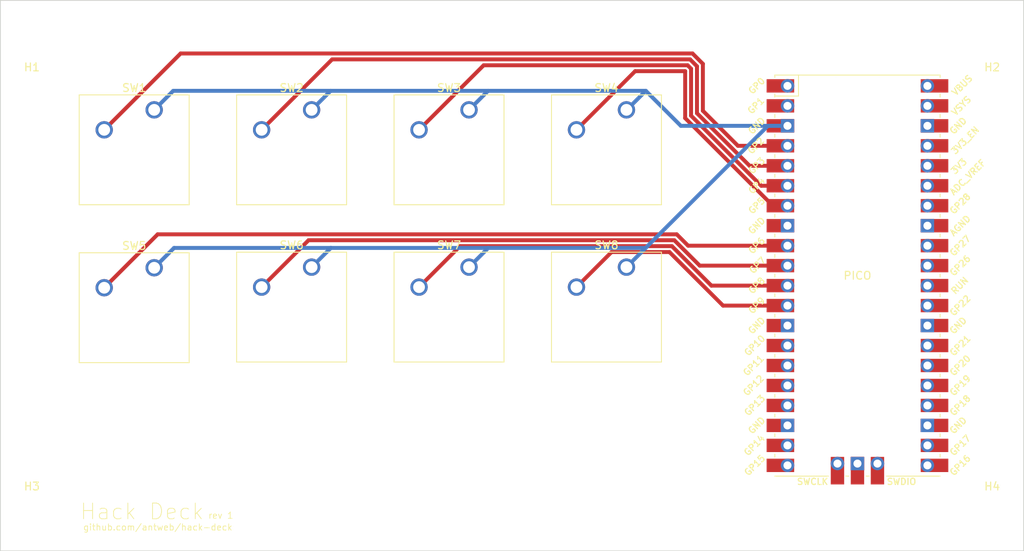
<source format=kicad_pcb>
(kicad_pcb (version 20171130) (host pcbnew 5.1.9-73d0e3b20d~88~ubuntu20.04.1)

  (general
    (thickness 1.6002)
    (drawings 7)
    (tracks 58)
    (zones 0)
    (modules 13)
    (nets 44)
  )

  (page A4)
  (title_block
    (rev 1)
  )

  (layers
    (0 Front signal)
    (31 Back signal)
    (34 B.Paste user)
    (35 F.Paste user)
    (36 B.SilkS user)
    (37 F.SilkS user)
    (38 B.Mask user)
    (39 F.Mask user)
    (44 Edge.Cuts user)
    (45 Margin user)
    (46 B.CrtYd user)
    (47 F.CrtYd user)
    (49 F.Fab user)
  )

  (setup
    (last_trace_width 0.25)
    (user_trace_width 0.1)
    (user_trace_width 0.2)
    (user_trace_width 0.5)
    (trace_clearance 0.25)
    (zone_clearance 0.508)
    (zone_45_only no)
    (trace_min 0.1)
    (via_size 0.8)
    (via_drill 0.4)
    (via_min_size 0.45)
    (via_min_drill 0.2)
    (user_via 0.45 0.2)
    (user_via 0.8 0.4)
    (uvia_size 0.8)
    (uvia_drill 0.4)
    (uvias_allowed no)
    (uvia_min_size 0)
    (uvia_min_drill 0)
    (edge_width 0.1)
    (segment_width 0.1)
    (pcb_text_width 0.3)
    (pcb_text_size 1.5 1.5)
    (mod_edge_width 0.1)
    (mod_text_size 0.8 0.8)
    (mod_text_width 0.1)
    (pad_size 1.524 1.524)
    (pad_drill 0.762)
    (pad_to_mask_clearance 0)
    (solder_mask_min_width 0.1)
    (aux_axis_origin 0 0)
    (visible_elements FFFFFF7F)
    (pcbplotparams
      (layerselection 0x010fc_ffffffff)
      (usegerberextensions false)
      (usegerberattributes false)
      (usegerberadvancedattributes false)
      (creategerberjobfile false)
      (excludeedgelayer true)
      (linewidth 0.152400)
      (plotframeref false)
      (viasonmask false)
      (mode 1)
      (useauxorigin false)
      (hpglpennumber 1)
      (hpglpenspeed 20)
      (hpglpendiameter 15.000000)
      (psnegative false)
      (psa4output false)
      (plotreference true)
      (plotvalue false)
      (plotinvisibletext false)
      (padsonsilk false)
      (subtractmaskfromsilk true)
      (outputformat 1)
      (mirror false)
      (drillshape 0)
      (scaleselection 1)
      (outputdirectory "./gerbers_for_aisler"))
  )

  (net 0 "")
  (net 1 "Net-(SW1-Pad2)")
  (net 2 GND)
  (net 3 "Net-(SW2-Pad2)")
  (net 4 "Net-(SW3-Pad2)")
  (net 5 "Net-(SW4-Pad2)")
  (net 6 "Net-(SW5-Pad2)")
  (net 7 "Net-(SW6-Pad2)")
  (net 8 "Net-(SW7-Pad2)")
  (net 9 "Net-(SW8-Pad2)")
  (net 10 "Net-(U1-Pad43)")
  (net 11 "Net-(U1-Pad42)")
  (net 12 "Net-(U1-Pad41)")
  (net 13 "Net-(U1-Pad21)")
  (net 14 "Net-(U1-Pad22)")
  (net 15 "Net-(U1-Pad23)")
  (net 16 "Net-(U1-Pad24)")
  (net 17 "Net-(U1-Pad25)")
  (net 18 "Net-(U1-Pad26)")
  (net 19 "Net-(U1-Pad27)")
  (net 20 "Net-(U1-Pad28)")
  (net 21 "Net-(U1-Pad29)")
  (net 22 "Net-(U1-Pad30)")
  (net 23 "Net-(U1-Pad31)")
  (net 24 "Net-(U1-Pad32)")
  (net 25 "Net-(U1-Pad33)")
  (net 26 "Net-(U1-Pad34)")
  (net 27 "Net-(U1-Pad35)")
  (net 28 "Net-(U1-Pad36)")
  (net 29 "Net-(U1-Pad37)")
  (net 30 "Net-(U1-Pad38)")
  (net 31 "Net-(U1-Pad39)")
  (net 32 "Net-(U1-Pad40)")
  (net 33 "Net-(U1-Pad20)")
  (net 34 "Net-(U1-Pad19)")
  (net 35 "Net-(U1-Pad18)")
  (net 36 "Net-(U1-Pad17)")
  (net 37 "Net-(U1-Pad16)")
  (net 38 "Net-(U1-Pad15)")
  (net 39 "Net-(U1-Pad14)")
  (net 40 "Net-(U1-Pad13)")
  (net 41 "Net-(U1-Pad8)")
  (net 42 "Net-(U1-Pad2)")
  (net 43 "Net-(U1-Pad1)")

  (net_class Default "This is the default net class."
    (clearance 0.25)
    (trace_width 0.25)
    (via_dia 0.8)
    (via_drill 0.4)
    (uvia_dia 0.8)
    (uvia_drill 0.4)
    (diff_pair_width 0.25)
    (diff_pair_gap 0.25)
    (add_net GND)
    (add_net "Net-(SW1-Pad2)")
    (add_net "Net-(SW2-Pad2)")
    (add_net "Net-(SW3-Pad2)")
    (add_net "Net-(SW4-Pad2)")
    (add_net "Net-(SW5-Pad2)")
    (add_net "Net-(SW6-Pad2)")
    (add_net "Net-(SW7-Pad2)")
    (add_net "Net-(SW8-Pad2)")
    (add_net "Net-(U1-Pad1)")
    (add_net "Net-(U1-Pad13)")
    (add_net "Net-(U1-Pad14)")
    (add_net "Net-(U1-Pad15)")
    (add_net "Net-(U1-Pad16)")
    (add_net "Net-(U1-Pad17)")
    (add_net "Net-(U1-Pad18)")
    (add_net "Net-(U1-Pad19)")
    (add_net "Net-(U1-Pad2)")
    (add_net "Net-(U1-Pad20)")
    (add_net "Net-(U1-Pad21)")
    (add_net "Net-(U1-Pad22)")
    (add_net "Net-(U1-Pad23)")
    (add_net "Net-(U1-Pad24)")
    (add_net "Net-(U1-Pad25)")
    (add_net "Net-(U1-Pad26)")
    (add_net "Net-(U1-Pad27)")
    (add_net "Net-(U1-Pad28)")
    (add_net "Net-(U1-Pad29)")
    (add_net "Net-(U1-Pad30)")
    (add_net "Net-(U1-Pad31)")
    (add_net "Net-(U1-Pad32)")
    (add_net "Net-(U1-Pad33)")
    (add_net "Net-(U1-Pad34)")
    (add_net "Net-(U1-Pad35)")
    (add_net "Net-(U1-Pad36)")
    (add_net "Net-(U1-Pad37)")
    (add_net "Net-(U1-Pad38)")
    (add_net "Net-(U1-Pad39)")
    (add_net "Net-(U1-Pad40)")
    (add_net "Net-(U1-Pad41)")
    (add_net "Net-(U1-Pad42)")
    (add_net "Net-(U1-Pad43)")
    (add_net "Net-(U1-Pad8)")
  )

  (net_class Min ""
    (clearance 0.1)
    (trace_width 0.1)
    (via_dia 0.45)
    (via_drill 0.2)
    (uvia_dia 0.45)
    (uvia_drill 0.2)
    (diff_pair_width 0.12)
    (diff_pair_gap 0.12)
  )

  (module Button_Switch_Keyboard:SW_Cherry_MX_1.00u_PCB (layer Front) (tedit 5A02FE24) (tstamp 606ABA29)
    (at 39.54 33.92)
    (descr "Cherry MX keyswitch, 1.00u, PCB mount, http://cherryamericas.com/wp-content/uploads/2014/12/mx_cat.pdf")
    (tags "Cherry MX keyswitch 1.00u PCB")
    (path /606AB558)
    (fp_text reference SW1 (at -2.54 -2.794) (layer F.SilkS)
      (effects (font (size 1 1) (thickness 0.15)))
    )
    (fp_text value "Button 1" (at -2.54 12.954) (layer F.Fab)
      (effects (font (size 1 1) (thickness 0.15)))
    )
    (fp_line (start -8.89 -1.27) (end 3.81 -1.27) (layer F.Fab) (width 0.1))
    (fp_line (start 3.81 -1.27) (end 3.81 11.43) (layer F.Fab) (width 0.1))
    (fp_line (start 3.81 11.43) (end -8.89 11.43) (layer F.Fab) (width 0.1))
    (fp_line (start -8.89 11.43) (end -8.89 -1.27) (layer F.Fab) (width 0.1))
    (fp_line (start -9.14 11.68) (end -9.14 -1.52) (layer F.CrtYd) (width 0.05))
    (fp_line (start 4.06 11.68) (end -9.14 11.68) (layer F.CrtYd) (width 0.05))
    (fp_line (start 4.06 -1.52) (end 4.06 11.68) (layer F.CrtYd) (width 0.05))
    (fp_line (start -9.14 -1.52) (end 4.06 -1.52) (layer F.CrtYd) (width 0.05))
    (fp_line (start -12.065 -4.445) (end 6.985 -4.445) (layer Dwgs.User) (width 0.15))
    (fp_line (start 6.985 -4.445) (end 6.985 14.605) (layer Dwgs.User) (width 0.15))
    (fp_line (start 6.985 14.605) (end -12.065 14.605) (layer Dwgs.User) (width 0.15))
    (fp_line (start -12.065 14.605) (end -12.065 -4.445) (layer Dwgs.User) (width 0.15))
    (fp_line (start -9.525 -1.905) (end 4.445 -1.905) (layer F.SilkS) (width 0.12))
    (fp_line (start 4.445 -1.905) (end 4.445 12.065) (layer F.SilkS) (width 0.12))
    (fp_line (start 4.445 12.065) (end -9.525 12.065) (layer F.SilkS) (width 0.12))
    (fp_line (start -9.525 12.065) (end -9.525 -1.905) (layer F.SilkS) (width 0.12))
    (fp_text user %R (at -2.54 -2.794) (layer F.Fab)
      (effects (font (size 1 1) (thickness 0.15)))
    )
    (pad "" np_thru_hole circle (at 2.54 5.08) (size 1.7 1.7) (drill 1.7) (layers *.Cu *.Mask))
    (pad "" np_thru_hole circle (at -7.62 5.08) (size 1.7 1.7) (drill 1.7) (layers *.Cu *.Mask))
    (pad "" np_thru_hole circle (at -2.54 5.08) (size 4 4) (drill 4) (layers *.Cu *.Mask))
    (pad 2 thru_hole circle (at -6.35 2.54) (size 2.2 2.2) (drill 1.5) (layers *.Cu *.Mask)
      (net 1 "Net-(SW1-Pad2)"))
    (pad 1 thru_hole circle (at 0 0) (size 2.2 2.2) (drill 1.5) (layers *.Cu *.Mask)
      (net 2 GND))
    (model ${KISYS3DMOD}/Button_Switch_Keyboard.3dshapes/SW_Cherry_MX_1.00u_PCB.wrl
      (at (xyz 0 0 0))
      (scale (xyz 1 1 1))
      (rotate (xyz 0 0 0))
    )
  )

  (module MountingHole:MountingHole_3.2mm_M3 (layer Front) (tedit 56D1B4CB) (tstamp 606B849E)
    (at 146 86)
    (descr "Mounting Hole 3.2mm, no annular, M3")
    (tags "mounting hole 3.2mm no annular m3")
    (path /606DB0F6)
    (attr virtual)
    (fp_text reference H4 (at 0 -4.2) (layer F.SilkS)
      (effects (font (size 1 1) (thickness 0.15)))
    )
    (fp_text value MountingHole (at -9 0) (layer F.Fab)
      (effects (font (size 1 1) (thickness 0.15)))
    )
    (fp_circle (center 0 0) (end 3.2 0) (layer Cmts.User) (width 0.15))
    (fp_circle (center 0 0) (end 3.45 0) (layer F.CrtYd) (width 0.05))
    (fp_text user %R (at 0.3 0) (layer F.Fab)
      (effects (font (size 1 1) (thickness 0.15)))
    )
    (pad 1 np_thru_hole circle (at 0 0) (size 3.2 3.2) (drill 3.2) (layers *.Cu *.Mask))
  )

  (module MountingHole:MountingHole_3.2mm_M3 (layer Front) (tedit 56D1B4CB) (tstamp 606AB1A2)
    (at 24 86)
    (descr "Mounting Hole 3.2mm, no annular, M3")
    (tags "mounting hole 3.2mm no annular m3")
    (path /606DA7FF)
    (attr virtual)
    (fp_text reference H3 (at 0 -4.2) (layer F.SilkS)
      (effects (font (size 1 1) (thickness 0.15)))
    )
    (fp_text value MountingHole (at 6 -4) (layer F.Fab)
      (effects (font (size 1 1) (thickness 0.15)))
    )
    (fp_circle (center 0 0) (end 3.2 0) (layer Cmts.User) (width 0.15))
    (fp_circle (center 0 0) (end 3.45 0) (layer F.CrtYd) (width 0.05))
    (fp_text user %R (at 0.3 0) (layer F.Fab)
      (effects (font (size 1 1) (thickness 0.15)))
    )
    (pad 1 np_thru_hole circle (at 0 0) (size 3.2 3.2) (drill 3.2) (layers *.Cu *.Mask))
  )

  (module MountingHole:MountingHole_3.2mm_M3 (layer Front) (tedit 56D1B4CB) (tstamp 606B846B)
    (at 146 24)
    (descr "Mounting Hole 3.2mm, no annular, M3")
    (tags "mounting hole 3.2mm no annular m3")
    (path /606D5A54)
    (attr virtual)
    (fp_text reference H2 (at 0 4.5) (layer F.SilkS)
      (effects (font (size 1 1) (thickness 0.15)))
    )
    (fp_text value MountingHole (at -9 -0.5) (layer F.Fab)
      (effects (font (size 1 1) (thickness 0.15)))
    )
    (fp_circle (center 0 0) (end 3.2 0) (layer Cmts.User) (width 0.15))
    (fp_circle (center 0 0) (end 3.45 0) (layer F.CrtYd) (width 0.05))
    (fp_text user %R (at 0.3 0) (layer F.Fab)
      (effects (font (size 1 1) (thickness 0.15)))
    )
    (pad 1 np_thru_hole circle (at 0 0) (size 3.2 3.2) (drill 3.2) (layers *.Cu *.Mask))
  )

  (module MountingHole:MountingHole_3.2mm_M3 (layer Front) (tedit 56D1B4CB) (tstamp 606BBEDB)
    (at 24 24)
    (descr "Mounting Hole 3.2mm, no annular, M3")
    (tags "mounting hole 3.2mm no annular m3")
    (path /606D917B)
    (attr virtual)
    (fp_text reference H1 (at 0 4.5) (layer F.SilkS)
      (effects (font (size 1 1) (thickness 0.15)))
    )
    (fp_text value MountingHole (at 9 0) (layer F.Fab)
      (effects (font (size 1 1) (thickness 0.15)))
    )
    (fp_circle (center 0 0) (end 3.2 0) (layer Cmts.User) (width 0.15))
    (fp_circle (center 0 0) (end 3.45 0) (layer F.CrtYd) (width 0.05))
    (fp_text user %R (at 0.3 0) (layer F.Fab)
      (effects (font (size 1 1) (thickness 0.15)))
    )
    (pad 1 np_thru_hole circle (at 0 0) (size 3.2 3.2) (drill 3.2) (layers *.Cu *.Mask))
  )

  (module MCU_RaspberryPi_and_Boards:RPi_Pico_SMD_TH (layer Front) (tedit 5F638C80) (tstamp 606B727C)
    (at 128.89 55)
    (descr "Through hole straight pin header, 2x20, 2.54mm pitch, double rows")
    (tags "Through hole pin header THT 2x20 2.54mm double row")
    (path /606A2DA5)
    (fp_text reference PICO (at 0 0) (layer F.SilkS)
      (effects (font (size 1 1) (thickness 0.15)))
    )
    (fp_text value Pico (at 0 2.159) (layer F.Fab)
      (effects (font (size 1 1) (thickness 0.15)))
    )
    (fp_line (start 1.1 25.5) (end 1.5 25.5) (layer F.SilkS) (width 0.12))
    (fp_line (start -1.5 25.5) (end -1.1 25.5) (layer F.SilkS) (width 0.12))
    (fp_line (start 10.5 25.5) (end 3.7 25.5) (layer F.SilkS) (width 0.12))
    (fp_line (start 10.5 15.1) (end 10.5 15.5) (layer F.SilkS) (width 0.12))
    (fp_line (start 10.5 7.4) (end 10.5 7.8) (layer F.SilkS) (width 0.12))
    (fp_line (start 10.5 -18) (end 10.5 -17.6) (layer F.SilkS) (width 0.12))
    (fp_line (start 10.5 -25.5) (end 10.5 -25.2) (layer F.SilkS) (width 0.12))
    (fp_line (start 10.5 -2.7) (end 10.5 -2.3) (layer F.SilkS) (width 0.12))
    (fp_line (start 10.5 12.5) (end 10.5 12.9) (layer F.SilkS) (width 0.12))
    (fp_line (start 10.5 -7.8) (end 10.5 -7.4) (layer F.SilkS) (width 0.12))
    (fp_line (start 10.5 -12.9) (end 10.5 -12.5) (layer F.SilkS) (width 0.12))
    (fp_line (start 10.5 -0.2) (end 10.5 0.2) (layer F.SilkS) (width 0.12))
    (fp_line (start 10.5 4.9) (end 10.5 5.3) (layer F.SilkS) (width 0.12))
    (fp_line (start 10.5 20.1) (end 10.5 20.5) (layer F.SilkS) (width 0.12))
    (fp_line (start 10.5 22.7) (end 10.5 23.1) (layer F.SilkS) (width 0.12))
    (fp_line (start 10.5 17.6) (end 10.5 18) (layer F.SilkS) (width 0.12))
    (fp_line (start 10.5 -15.4) (end 10.5 -15) (layer F.SilkS) (width 0.12))
    (fp_line (start 10.5 -23.1) (end 10.5 -22.7) (layer F.SilkS) (width 0.12))
    (fp_line (start 10.5 -20.5) (end 10.5 -20.1) (layer F.SilkS) (width 0.12))
    (fp_line (start 10.5 10) (end 10.5 10.4) (layer F.SilkS) (width 0.12))
    (fp_line (start 10.5 2.3) (end 10.5 2.7) (layer F.SilkS) (width 0.12))
    (fp_line (start 10.5 -5.3) (end 10.5 -4.9) (layer F.SilkS) (width 0.12))
    (fp_line (start 10.5 -10.4) (end 10.5 -10) (layer F.SilkS) (width 0.12))
    (fp_line (start -10.5 22.7) (end -10.5 23.1) (layer F.SilkS) (width 0.12))
    (fp_line (start -10.5 20.1) (end -10.5 20.5) (layer F.SilkS) (width 0.12))
    (fp_line (start -10.5 17.6) (end -10.5 18) (layer F.SilkS) (width 0.12))
    (fp_line (start -10.5 15.1) (end -10.5 15.5) (layer F.SilkS) (width 0.12))
    (fp_line (start -10.5 12.5) (end -10.5 12.9) (layer F.SilkS) (width 0.12))
    (fp_line (start -10.5 10) (end -10.5 10.4) (layer F.SilkS) (width 0.12))
    (fp_line (start -10.5 7.4) (end -10.5 7.8) (layer F.SilkS) (width 0.12))
    (fp_line (start -10.5 4.9) (end -10.5 5.3) (layer F.SilkS) (width 0.12))
    (fp_line (start -10.5 2.3) (end -10.5 2.7) (layer F.SilkS) (width 0.12))
    (fp_line (start -10.5 -0.2) (end -10.5 0.2) (layer F.SilkS) (width 0.12))
    (fp_line (start -10.5 -2.7) (end -10.5 -2.3) (layer F.SilkS) (width 0.12))
    (fp_line (start -10.5 -5.3) (end -10.5 -4.9) (layer F.SilkS) (width 0.12))
    (fp_line (start -10.5 -7.8) (end -10.5 -7.4) (layer F.SilkS) (width 0.12))
    (fp_line (start -10.5 -10.4) (end -10.5 -10) (layer F.SilkS) (width 0.12))
    (fp_line (start -10.5 -12.9) (end -10.5 -12.5) (layer F.SilkS) (width 0.12))
    (fp_line (start -10.5 -15.4) (end -10.5 -15) (layer F.SilkS) (width 0.12))
    (fp_line (start -10.5 -18) (end -10.5 -17.6) (layer F.SilkS) (width 0.12))
    (fp_line (start -10.5 -20.5) (end -10.5 -20.1) (layer F.SilkS) (width 0.12))
    (fp_line (start -10.5 -23.1) (end -10.5 -22.7) (layer F.SilkS) (width 0.12))
    (fp_line (start -10.5 -25.5) (end -10.5 -25.2) (layer F.SilkS) (width 0.12))
    (fp_line (start -7.493 -22.833) (end -7.493 -25.5) (layer F.SilkS) (width 0.12))
    (fp_line (start -10.5 -22.833) (end -7.493 -22.833) (layer F.SilkS) (width 0.12))
    (fp_line (start -3.7 25.5) (end -10.5 25.5) (layer F.SilkS) (width 0.12))
    (fp_line (start -10.5 -25.5) (end 10.5 -25.5) (layer F.SilkS) (width 0.12))
    (fp_line (start -11 26) (end -11 -26) (layer F.CrtYd) (width 0.12))
    (fp_line (start 11 26) (end -11 26) (layer F.CrtYd) (width 0.12))
    (fp_line (start 11 -26) (end 11 26) (layer F.CrtYd) (width 0.12))
    (fp_line (start -11 -26) (end 11 -26) (layer F.CrtYd) (width 0.12))
    (fp_line (start -10.5 -24.2) (end -9.2 -25.5) (layer F.Fab) (width 0.12))
    (fp_line (start -10.5 25.5) (end -10.5 -25.5) (layer F.Fab) (width 0.12))
    (fp_line (start 10.5 25.5) (end -10.5 25.5) (layer F.Fab) (width 0.12))
    (fp_line (start 10.5 -25.5) (end 10.5 25.5) (layer F.Fab) (width 0.12))
    (fp_line (start -10.5 -25.5) (end 10.5 -25.5) (layer F.Fab) (width 0.12))
    (fp_poly (pts (xy -1.5 -16.5) (xy -3.5 -16.5) (xy -3.5 -18.5) (xy -1.5 -18.5)) (layer Dwgs.User) (width 0.1))
    (fp_poly (pts (xy -1.5 -14) (xy -3.5 -14) (xy -3.5 -16) (xy -1.5 -16)) (layer Dwgs.User) (width 0.1))
    (fp_poly (pts (xy -1.5 -11.5) (xy -3.5 -11.5) (xy -3.5 -13.5) (xy -1.5 -13.5)) (layer Dwgs.User) (width 0.1))
    (fp_poly (pts (xy 3.7 -20.2) (xy -3.7 -20.2) (xy -3.7 -24.9) (xy 3.7 -24.9)) (layer Dwgs.User) (width 0.1))
    (fp_text user "Copper Keepouts shown on Dwgs layer" (at 0.1 -30.2) (layer Cmts.User)
      (effects (font (size 1 1) (thickness 0.15)))
    )
    (fp_text user SWDIO (at 5.6 26.2) (layer F.SilkS)
      (effects (font (size 0.8 0.8) (thickness 0.15)))
    )
    (fp_text user SWCLK (at -5.7 26.2) (layer F.SilkS)
      (effects (font (size 0.8 0.8) (thickness 0.15)))
    )
    (fp_text user AGND (at 13.054 -6.35 45) (layer F.SilkS)
      (effects (font (size 0.8 0.8) (thickness 0.15)))
    )
    (fp_text user GND (at 12.8 -19.05 45) (layer F.SilkS)
      (effects (font (size 0.8 0.8) (thickness 0.15)))
    )
    (fp_text user GND (at 12.8 6.35 45) (layer F.SilkS)
      (effects (font (size 0.8 0.8) (thickness 0.15)))
    )
    (fp_text user GND (at 12.8 19.05 45) (layer F.SilkS)
      (effects (font (size 0.8 0.8) (thickness 0.15)))
    )
    (fp_text user GND (at -12.8 19.05 45) (layer F.SilkS)
      (effects (font (size 0.8 0.8) (thickness 0.15)))
    )
    (fp_text user GND (at -12.8 6.35 45) (layer F.SilkS)
      (effects (font (size 0.8 0.8) (thickness 0.15)))
    )
    (fp_text user GND (at -12.8 -6.35 45) (layer F.SilkS)
      (effects (font (size 0.8 0.8) (thickness 0.15)))
    )
    (fp_text user GND (at -12.8 -19.05 45) (layer F.SilkS)
      (effects (font (size 0.8 0.8) (thickness 0.15)))
    )
    (fp_text user VBUS (at 13.3 -24.2 45) (layer F.SilkS)
      (effects (font (size 0.8 0.8) (thickness 0.15)))
    )
    (fp_text user VSYS (at 13.2 -21.59 45) (layer F.SilkS)
      (effects (font (size 0.8 0.8) (thickness 0.15)))
    )
    (fp_text user 3V3_EN (at 13.7 -17.2 45) (layer F.SilkS)
      (effects (font (size 0.8 0.8) (thickness 0.15)))
    )
    (fp_text user 3V3 (at 12.9 -13.9 45) (layer F.SilkS)
      (effects (font (size 0.8 0.8) (thickness 0.15)))
    )
    (fp_text user ADC_VREF (at 14 -12.5 45) (layer F.SilkS)
      (effects (font (size 0.8 0.8) (thickness 0.15)))
    )
    (fp_text user GP28 (at 13.054 -9.144 45) (layer F.SilkS)
      (effects (font (size 0.8 0.8) (thickness 0.15)))
    )
    (fp_text user GP27 (at 13.054 -3.8 45) (layer F.SilkS)
      (effects (font (size 0.8 0.8) (thickness 0.15)))
    )
    (fp_text user GP26 (at 13.054 -1.27 45) (layer F.SilkS)
      (effects (font (size 0.8 0.8) (thickness 0.15)))
    )
    (fp_text user RUN (at 13 1.27 45) (layer F.SilkS)
      (effects (font (size 0.8 0.8) (thickness 0.15)))
    )
    (fp_text user GP22 (at 13.054 3.81 45) (layer F.SilkS)
      (effects (font (size 0.8 0.8) (thickness 0.15)))
    )
    (fp_text user GP21 (at 13.054 8.9 45) (layer F.SilkS)
      (effects (font (size 0.8 0.8) (thickness 0.15)))
    )
    (fp_text user GP20 (at 13.054 11.43 45) (layer F.SilkS)
      (effects (font (size 0.8 0.8) (thickness 0.15)))
    )
    (fp_text user GP19 (at 13.054 13.97 45) (layer F.SilkS)
      (effects (font (size 0.8 0.8) (thickness 0.15)))
    )
    (fp_text user GP18 (at 13.054 16.51 45) (layer F.SilkS)
      (effects (font (size 0.8 0.8) (thickness 0.15)))
    )
    (fp_text user GP17 (at 13.054 21.59 45) (layer F.SilkS)
      (effects (font (size 0.8 0.8) (thickness 0.15)))
    )
    (fp_text user GP16 (at 13.054 24.13 45) (layer F.SilkS)
      (effects (font (size 0.8 0.8) (thickness 0.15)))
    )
    (fp_text user GP15 (at -13.054 24.13 45) (layer F.SilkS)
      (effects (font (size 0.8 0.8) (thickness 0.15)))
    )
    (fp_text user GP14 (at -13.1 21.59 45) (layer F.SilkS)
      (effects (font (size 0.8 0.8) (thickness 0.15)))
    )
    (fp_text user GP13 (at -13.054 16.51 45) (layer F.SilkS)
      (effects (font (size 0.8 0.8) (thickness 0.15)))
    )
    (fp_text user GP12 (at -13.2 13.97 45) (layer F.SilkS)
      (effects (font (size 0.8 0.8) (thickness 0.15)))
    )
    (fp_text user GP11 (at -13.2 11.43 45) (layer F.SilkS)
      (effects (font (size 0.8 0.8) (thickness 0.15)))
    )
    (fp_text user GP10 (at -13.054 8.89 45) (layer F.SilkS)
      (effects (font (size 0.8 0.8) (thickness 0.15)))
    )
    (fp_text user GP9 (at -12.8 3.81 45) (layer F.SilkS)
      (effects (font (size 0.8 0.8) (thickness 0.15)))
    )
    (fp_text user GP8 (at -12.8 1.27 45) (layer F.SilkS)
      (effects (font (size 0.8 0.8) (thickness 0.15)))
    )
    (fp_text user GP7 (at -12.7 -1.3 45) (layer F.SilkS)
      (effects (font (size 0.8 0.8) (thickness 0.15)))
    )
    (fp_text user GP6 (at -12.8 -3.81 45) (layer F.SilkS)
      (effects (font (size 0.8 0.8) (thickness 0.15)))
    )
    (fp_text user GP5 (at -12.8 -8.89 45) (layer F.SilkS)
      (effects (font (size 0.8 0.8) (thickness 0.15)))
    )
    (fp_text user GP4 (at -12.8 -11.43 45) (layer F.SilkS)
      (effects (font (size 0.8 0.8) (thickness 0.15)))
    )
    (fp_text user GP3 (at -12.8 -13.97 45) (layer F.SilkS)
      (effects (font (size 0.8 0.8) (thickness 0.15)))
    )
    (fp_text user GP0 (at -12.8 -24.13 45) (layer F.SilkS)
      (effects (font (size 0.8 0.8) (thickness 0.15)))
    )
    (fp_text user GP2 (at -12.9 -16.51 45) (layer F.SilkS)
      (effects (font (size 0.8 0.8) (thickness 0.15)))
    )
    (fp_text user GP1 (at -12.9 -21.6 45) (layer F.SilkS)
      (effects (font (size 0.8 0.8) (thickness 0.15)))
    )
    (fp_text user %R (at 0 0 180) (layer F.Fab)
      (effects (font (size 1 1) (thickness 0.15)))
    )
    (pad 43 thru_hole oval (at 2.54 23.9) (size 1.7 1.7) (drill 1.02) (layers *.Cu *.Mask)
      (net 10 "Net-(U1-Pad43)"))
    (pad 43 smd rect (at 2.54 23.9 90) (size 3.5 1.7) (drill (offset -0.9 0)) (layers Front F.Mask)
      (net 10 "Net-(U1-Pad43)"))
    (pad 42 thru_hole rect (at 0 23.9) (size 1.7 1.7) (drill 1.02) (layers *.Cu *.Mask)
      (net 11 "Net-(U1-Pad42)"))
    (pad 42 smd rect (at 0 23.9 90) (size 3.5 1.7) (drill (offset -0.9 0)) (layers Front F.Mask)
      (net 11 "Net-(U1-Pad42)"))
    (pad 41 thru_hole oval (at -2.54 23.9) (size 1.7 1.7) (drill 1.02) (layers *.Cu *.Mask)
      (net 12 "Net-(U1-Pad41)"))
    (pad 41 smd rect (at -2.54 23.9 90) (size 3.5 1.7) (drill (offset -0.9 0)) (layers Front F.Mask)
      (net 12 "Net-(U1-Pad41)"))
    (pad "" np_thru_hole oval (at 2.425 -20.97) (size 1.5 1.5) (drill 1.5) (layers *.Cu *.Mask))
    (pad "" np_thru_hole oval (at -2.425 -20.97) (size 1.5 1.5) (drill 1.5) (layers *.Cu *.Mask))
    (pad "" np_thru_hole oval (at 2.725 -24) (size 1.8 1.8) (drill 1.8) (layers *.Cu *.Mask))
    (pad "" np_thru_hole oval (at -2.725 -24) (size 1.8 1.8) (drill 1.8) (layers *.Cu *.Mask))
    (pad 21 smd rect (at 8.89 24.13) (size 3.5 1.7) (drill (offset 0.9 0)) (layers Front F.Mask)
      (net 13 "Net-(U1-Pad21)"))
    (pad 22 smd rect (at 8.89 21.59) (size 3.5 1.7) (drill (offset 0.9 0)) (layers Front F.Mask)
      (net 14 "Net-(U1-Pad22)"))
    (pad 23 smd rect (at 8.89 19.05) (size 3.5 1.7) (drill (offset 0.9 0)) (layers Front F.Mask)
      (net 15 "Net-(U1-Pad23)"))
    (pad 24 smd rect (at 8.89 16.51) (size 3.5 1.7) (drill (offset 0.9 0)) (layers Front F.Mask)
      (net 16 "Net-(U1-Pad24)"))
    (pad 25 smd rect (at 8.89 13.97) (size 3.5 1.7) (drill (offset 0.9 0)) (layers Front F.Mask)
      (net 17 "Net-(U1-Pad25)"))
    (pad 26 smd rect (at 8.89 11.43) (size 3.5 1.7) (drill (offset 0.9 0)) (layers Front F.Mask)
      (net 18 "Net-(U1-Pad26)"))
    (pad 27 smd rect (at 8.89 8.89) (size 3.5 1.7) (drill (offset 0.9 0)) (layers Front F.Mask)
      (net 19 "Net-(U1-Pad27)"))
    (pad 28 smd rect (at 8.89 6.35) (size 3.5 1.7) (drill (offset 0.9 0)) (layers Front F.Mask)
      (net 20 "Net-(U1-Pad28)"))
    (pad 29 smd rect (at 8.89 3.81) (size 3.5 1.7) (drill (offset 0.9 0)) (layers Front F.Mask)
      (net 21 "Net-(U1-Pad29)"))
    (pad 30 smd rect (at 8.89 1.27) (size 3.5 1.7) (drill (offset 0.9 0)) (layers Front F.Mask)
      (net 22 "Net-(U1-Pad30)"))
    (pad 31 smd rect (at 8.89 -1.27) (size 3.5 1.7) (drill (offset 0.9 0)) (layers Front F.Mask)
      (net 23 "Net-(U1-Pad31)"))
    (pad 32 smd rect (at 8.89 -3.81) (size 3.5 1.7) (drill (offset 0.9 0)) (layers Front F.Mask)
      (net 24 "Net-(U1-Pad32)"))
    (pad 33 smd rect (at 8.89 -6.35) (size 3.5 1.7) (drill (offset 0.9 0)) (layers Front F.Mask)
      (net 25 "Net-(U1-Pad33)"))
    (pad 34 smd rect (at 8.89 -8.89) (size 3.5 1.7) (drill (offset 0.9 0)) (layers Front F.Mask)
      (net 26 "Net-(U1-Pad34)"))
    (pad 35 smd rect (at 8.89 -11.43) (size 3.5 1.7) (drill (offset 0.9 0)) (layers Front F.Mask)
      (net 27 "Net-(U1-Pad35)"))
    (pad 36 smd rect (at 8.89 -13.97) (size 3.5 1.7) (drill (offset 0.9 0)) (layers Front F.Mask)
      (net 28 "Net-(U1-Pad36)"))
    (pad 37 smd rect (at 8.89 -16.51) (size 3.5 1.7) (drill (offset 0.9 0)) (layers Front F.Mask)
      (net 29 "Net-(U1-Pad37)"))
    (pad 38 smd rect (at 8.89 -19.05) (size 3.5 1.7) (drill (offset 0.9 0)) (layers Front F.Mask)
      (net 30 "Net-(U1-Pad38)"))
    (pad 39 smd rect (at 8.89 -21.59) (size 3.5 1.7) (drill (offset 0.9 0)) (layers Front F.Mask)
      (net 31 "Net-(U1-Pad39)"))
    (pad 40 smd rect (at 8.89 -24.13) (size 3.5 1.7) (drill (offset 0.9 0)) (layers Front F.Mask)
      (net 32 "Net-(U1-Pad40)"))
    (pad 20 smd rect (at -8.89 24.13) (size 3.5 1.7) (drill (offset -0.9 0)) (layers Front F.Mask)
      (net 33 "Net-(U1-Pad20)"))
    (pad 19 smd rect (at -8.89 21.59) (size 3.5 1.7) (drill (offset -0.9 0)) (layers Front F.Mask)
      (net 34 "Net-(U1-Pad19)"))
    (pad 18 smd rect (at -8.89 19.05) (size 3.5 1.7) (drill (offset -0.9 0)) (layers Front F.Mask)
      (net 35 "Net-(U1-Pad18)"))
    (pad 17 smd rect (at -8.89 16.51) (size 3.5 1.7) (drill (offset -0.9 0)) (layers Front F.Mask)
      (net 36 "Net-(U1-Pad17)"))
    (pad 16 smd rect (at -8.89 13.97) (size 3.5 1.7) (drill (offset -0.9 0)) (layers Front F.Mask)
      (net 37 "Net-(U1-Pad16)"))
    (pad 15 smd rect (at -8.89 11.43) (size 3.5 1.7) (drill (offset -0.9 0)) (layers Front F.Mask)
      (net 38 "Net-(U1-Pad15)"))
    (pad 14 smd rect (at -8.89 8.89) (size 3.5 1.7) (drill (offset -0.9 0)) (layers Front F.Mask)
      (net 39 "Net-(U1-Pad14)"))
    (pad 13 smd rect (at -8.89 6.35) (size 3.5 1.7) (drill (offset -0.9 0)) (layers Front F.Mask)
      (net 40 "Net-(U1-Pad13)"))
    (pad 12 smd rect (at -8.89 3.81) (size 3.5 1.7) (drill (offset -0.9 0)) (layers Front F.Mask)
      (net 9 "Net-(SW8-Pad2)"))
    (pad 11 smd rect (at -8.89 1.27) (size 3.5 1.7) (drill (offset -0.9 0)) (layers Front F.Mask)
      (net 8 "Net-(SW7-Pad2)"))
    (pad 10 smd rect (at -8.89 -1.27) (size 3.5 1.7) (drill (offset -0.9 0)) (layers Front F.Mask)
      (net 7 "Net-(SW6-Pad2)"))
    (pad 9 smd rect (at -8.89 -3.81) (size 3.5 1.7) (drill (offset -0.9 0)) (layers Front F.Mask)
      (net 6 "Net-(SW5-Pad2)"))
    (pad 8 smd rect (at -8.89 -6.35) (size 3.5 1.7) (drill (offset -0.9 0)) (layers Front F.Mask)
      (net 41 "Net-(U1-Pad8)"))
    (pad 7 smd rect (at -8.89 -8.89) (size 3.5 1.7) (drill (offset -0.9 0)) (layers Front F.Mask)
      (net 5 "Net-(SW4-Pad2)"))
    (pad 6 smd rect (at -8.89 -11.43) (size 3.5 1.7) (drill (offset -0.9 0)) (layers Front F.Mask)
      (net 4 "Net-(SW3-Pad2)"))
    (pad 5 smd rect (at -8.89 -13.97) (size 3.5 1.7) (drill (offset -0.9 0)) (layers Front F.Mask)
      (net 3 "Net-(SW2-Pad2)"))
    (pad 4 smd rect (at -8.89 -16.51) (size 3.5 1.7) (drill (offset -0.9 0)) (layers Front F.Mask)
      (net 1 "Net-(SW1-Pad2)"))
    (pad 3 smd rect (at -8.89 -19.05) (size 3.5 1.7) (drill (offset -0.9 0)) (layers Front F.Mask)
      (net 2 GND))
    (pad 2 smd rect (at -8.89 -21.59) (size 3.5 1.7) (drill (offset -0.9 0)) (layers Front F.Mask)
      (net 42 "Net-(U1-Pad2)"))
    (pad 1 smd rect (at -8.89 -24.13) (size 3.5 1.7) (drill (offset -0.9 0)) (layers Front F.Mask)
      (net 43 "Net-(U1-Pad1)"))
    (pad 40 thru_hole oval (at 8.89 -24.13) (size 1.7 1.7) (drill 1.02) (layers *.Cu *.Mask)
      (net 32 "Net-(U1-Pad40)"))
    (pad 39 thru_hole oval (at 8.89 -21.59) (size 1.7 1.7) (drill 1.02) (layers *.Cu *.Mask)
      (net 31 "Net-(U1-Pad39)"))
    (pad 38 thru_hole rect (at 8.89 -19.05) (size 1.7 1.7) (drill 1.02) (layers *.Cu *.Mask)
      (net 30 "Net-(U1-Pad38)"))
    (pad 37 thru_hole oval (at 8.89 -16.51) (size 1.7 1.7) (drill 1.02) (layers *.Cu *.Mask)
      (net 29 "Net-(U1-Pad37)"))
    (pad 36 thru_hole oval (at 8.89 -13.97) (size 1.7 1.7) (drill 1.02) (layers *.Cu *.Mask)
      (net 28 "Net-(U1-Pad36)"))
    (pad 35 thru_hole oval (at 8.89 -11.43) (size 1.7 1.7) (drill 1.02) (layers *.Cu *.Mask)
      (net 27 "Net-(U1-Pad35)"))
    (pad 34 thru_hole oval (at 8.89 -8.89) (size 1.7 1.7) (drill 1.02) (layers *.Cu *.Mask)
      (net 26 "Net-(U1-Pad34)"))
    (pad 33 thru_hole rect (at 8.89 -6.35) (size 1.7 1.7) (drill 1.02) (layers *.Cu *.Mask)
      (net 25 "Net-(U1-Pad33)"))
    (pad 32 thru_hole oval (at 8.89 -3.81) (size 1.7 1.7) (drill 1.02) (layers *.Cu *.Mask)
      (net 24 "Net-(U1-Pad32)"))
    (pad 31 thru_hole oval (at 8.89 -1.27) (size 1.7 1.7) (drill 1.02) (layers *.Cu *.Mask)
      (net 23 "Net-(U1-Pad31)"))
    (pad 30 thru_hole oval (at 8.89 1.27) (size 1.7 1.7) (drill 1.02) (layers *.Cu *.Mask)
      (net 22 "Net-(U1-Pad30)"))
    (pad 29 thru_hole oval (at 8.89 3.81) (size 1.7 1.7) (drill 1.02) (layers *.Cu *.Mask)
      (net 21 "Net-(U1-Pad29)"))
    (pad 28 thru_hole rect (at 8.89 6.35) (size 1.7 1.7) (drill 1.02) (layers *.Cu *.Mask)
      (net 20 "Net-(U1-Pad28)"))
    (pad 27 thru_hole oval (at 8.89 8.89) (size 1.7 1.7) (drill 1.02) (layers *.Cu *.Mask)
      (net 19 "Net-(U1-Pad27)"))
    (pad 26 thru_hole oval (at 8.89 11.43) (size 1.7 1.7) (drill 1.02) (layers *.Cu *.Mask)
      (net 18 "Net-(U1-Pad26)"))
    (pad 25 thru_hole oval (at 8.89 13.97) (size 1.7 1.7) (drill 1.02) (layers *.Cu *.Mask)
      (net 17 "Net-(U1-Pad25)"))
    (pad 24 thru_hole oval (at 8.89 16.51) (size 1.7 1.7) (drill 1.02) (layers *.Cu *.Mask)
      (net 16 "Net-(U1-Pad24)"))
    (pad 23 thru_hole rect (at 8.89 19.05) (size 1.7 1.7) (drill 1.02) (layers *.Cu *.Mask)
      (net 15 "Net-(U1-Pad23)"))
    (pad 22 thru_hole oval (at 8.89 21.59) (size 1.7 1.7) (drill 1.02) (layers *.Cu *.Mask)
      (net 14 "Net-(U1-Pad22)"))
    (pad 21 thru_hole oval (at 8.89 24.13) (size 1.7 1.7) (drill 1.02) (layers *.Cu *.Mask)
      (net 13 "Net-(U1-Pad21)"))
    (pad 20 thru_hole oval (at -8.89 24.13) (size 1.7 1.7) (drill 1.02) (layers *.Cu *.Mask)
      (net 33 "Net-(U1-Pad20)"))
    (pad 19 thru_hole oval (at -8.89 21.59) (size 1.7 1.7) (drill 1.02) (layers *.Cu *.Mask)
      (net 34 "Net-(U1-Pad19)"))
    (pad 18 thru_hole rect (at -8.89 19.05) (size 1.7 1.7) (drill 1.02) (layers *.Cu *.Mask)
      (net 35 "Net-(U1-Pad18)"))
    (pad 17 thru_hole oval (at -8.89 16.51) (size 1.7 1.7) (drill 1.02) (layers *.Cu *.Mask)
      (net 36 "Net-(U1-Pad17)"))
    (pad 16 thru_hole oval (at -8.89 13.97) (size 1.7 1.7) (drill 1.02) (layers *.Cu *.Mask)
      (net 37 "Net-(U1-Pad16)"))
    (pad 15 thru_hole oval (at -8.89 11.43) (size 1.7 1.7) (drill 1.02) (layers *.Cu *.Mask)
      (net 38 "Net-(U1-Pad15)"))
    (pad 14 thru_hole oval (at -8.89 8.89) (size 1.7 1.7) (drill 1.02) (layers *.Cu *.Mask)
      (net 39 "Net-(U1-Pad14)"))
    (pad 13 thru_hole rect (at -8.89 6.35) (size 1.7 1.7) (drill 1.02) (layers *.Cu *.Mask)
      (net 40 "Net-(U1-Pad13)"))
    (pad 12 thru_hole oval (at -8.89 3.81) (size 1.7 1.7) (drill 1.02) (layers *.Cu *.Mask)
      (net 9 "Net-(SW8-Pad2)"))
    (pad 11 thru_hole oval (at -8.89 1.27) (size 1.7 1.7) (drill 1.02) (layers *.Cu *.Mask)
      (net 8 "Net-(SW7-Pad2)"))
    (pad 10 thru_hole oval (at -8.89 -1.27) (size 1.7 1.7) (drill 1.02) (layers *.Cu *.Mask)
      (net 7 "Net-(SW6-Pad2)"))
    (pad 9 thru_hole oval (at -8.89 -3.81) (size 1.7 1.7) (drill 1.02) (layers *.Cu *.Mask)
      (net 6 "Net-(SW5-Pad2)"))
    (pad 8 thru_hole rect (at -8.89 -6.35) (size 1.7 1.7) (drill 1.02) (layers *.Cu *.Mask)
      (net 41 "Net-(U1-Pad8)"))
    (pad 7 thru_hole oval (at -8.89 -8.89) (size 1.7 1.7) (drill 1.02) (layers *.Cu *.Mask)
      (net 5 "Net-(SW4-Pad2)"))
    (pad 6 thru_hole oval (at -8.89 -11.43) (size 1.7 1.7) (drill 1.02) (layers *.Cu *.Mask)
      (net 4 "Net-(SW3-Pad2)"))
    (pad 5 thru_hole oval (at -8.89 -13.97) (size 1.7 1.7) (drill 1.02) (layers *.Cu *.Mask)
      (net 3 "Net-(SW2-Pad2)"))
    (pad 4 thru_hole oval (at -8.89 -16.51) (size 1.7 1.7) (drill 1.02) (layers *.Cu *.Mask)
      (net 1 "Net-(SW1-Pad2)"))
    (pad 3 thru_hole rect (at -8.89 -19.05) (size 1.7 1.7) (drill 1.02) (layers *.Cu *.Mask)
      (net 2 GND))
    (pad 2 thru_hole oval (at -8.89 -21.59) (size 1.7 1.7) (drill 1.02) (layers *.Cu *.Mask)
      (net 42 "Net-(U1-Pad2)"))
    (pad 1 thru_hole oval (at -8.89 -24.13) (size 1.7 1.7) (drill 1.02) (layers *.Cu *.Mask)
      (net 43 "Net-(U1-Pad1)"))
  )

  (module Button_Switch_Keyboard:SW_Cherry_MX_1.00u_PCB (layer Front) (tedit 5A02FE24) (tstamp 606ABBEB)
    (at 99.54 53.92)
    (descr "Cherry MX keyswitch, 1.00u, PCB mount, http://cherryamericas.com/wp-content/uploads/2014/12/mx_cat.pdf")
    (tags "Cherry MX keyswitch 1.00u PCB")
    (path /606B0B65)
    (fp_text reference SW8 (at -2.54 -2.794) (layer F.SilkS)
      (effects (font (size 1 1) (thickness 0.15)))
    )
    (fp_text value "Button 8" (at -2.54 12.954) (layer F.Fab)
      (effects (font (size 1 1) (thickness 0.15)))
    )
    (fp_line (start -8.89 -1.27) (end 3.81 -1.27) (layer F.Fab) (width 0.1))
    (fp_line (start 3.81 -1.27) (end 3.81 11.43) (layer F.Fab) (width 0.1))
    (fp_line (start 3.81 11.43) (end -8.89 11.43) (layer F.Fab) (width 0.1))
    (fp_line (start -8.89 11.43) (end -8.89 -1.27) (layer F.Fab) (width 0.1))
    (fp_line (start -9.14 11.68) (end -9.14 -1.52) (layer F.CrtYd) (width 0.05))
    (fp_line (start 4.06 11.68) (end -9.14 11.68) (layer F.CrtYd) (width 0.05))
    (fp_line (start 4.06 -1.52) (end 4.06 11.68) (layer F.CrtYd) (width 0.05))
    (fp_line (start -9.14 -1.52) (end 4.06 -1.52) (layer F.CrtYd) (width 0.05))
    (fp_line (start -12.065 -4.445) (end 6.985 -4.445) (layer Dwgs.User) (width 0.15))
    (fp_line (start 6.985 -4.445) (end 6.985 14.605) (layer Dwgs.User) (width 0.15))
    (fp_line (start 6.985 14.605) (end -12.065 14.605) (layer Dwgs.User) (width 0.15))
    (fp_line (start -12.065 14.605) (end -12.065 -4.445) (layer Dwgs.User) (width 0.15))
    (fp_line (start -9.525 -1.905) (end 4.445 -1.905) (layer F.SilkS) (width 0.12))
    (fp_line (start 4.445 -1.905) (end 4.445 12.065) (layer F.SilkS) (width 0.12))
    (fp_line (start 4.445 12.065) (end -9.525 12.065) (layer F.SilkS) (width 0.12))
    (fp_line (start -9.525 12.065) (end -9.525 -1.905) (layer F.SilkS) (width 0.12))
    (fp_text user %R (at -2.54 -2.794) (layer F.Fab)
      (effects (font (size 1 1) (thickness 0.15)))
    )
    (pad "" np_thru_hole circle (at 2.54 5.08) (size 1.7 1.7) (drill 1.7) (layers *.Cu *.Mask))
    (pad "" np_thru_hole circle (at -7.62 5.08) (size 1.7 1.7) (drill 1.7) (layers *.Cu *.Mask))
    (pad "" np_thru_hole circle (at -2.54 5.08) (size 4 4) (drill 4) (layers *.Cu *.Mask))
    (pad 2 thru_hole circle (at -6.35 2.54) (size 2.2 2.2) (drill 1.5) (layers *.Cu *.Mask)
      (net 9 "Net-(SW8-Pad2)"))
    (pad 1 thru_hole circle (at 0 0) (size 2.2 2.2) (drill 1.5) (layers *.Cu *.Mask)
      (net 2 GND))
    (model ${KISYS3DMOD}/Button_Switch_Keyboard.3dshapes/SW_Cherry_MX_1.00u_PCB.wrl
      (at (xyz 0 0 0))
      (scale (xyz 1 1 1))
      (rotate (xyz 0 0 0))
    )
  )

  (module Button_Switch_Keyboard:SW_Cherry_MX_1.00u_PCB (layer Front) (tedit 5A02FE24) (tstamp 606BDF23)
    (at 79.54 53.92)
    (descr "Cherry MX keyswitch, 1.00u, PCB mount, http://cherryamericas.com/wp-content/uploads/2014/12/mx_cat.pdf")
    (tags "Cherry MX keyswitch 1.00u PCB")
    (path /606B0622)
    (fp_text reference SW7 (at -2.54 -2.794) (layer F.SilkS)
      (effects (font (size 1 1) (thickness 0.15)))
    )
    (fp_text value "Button 7" (at -2.54 12.954) (layer F.Fab)
      (effects (font (size 1 1) (thickness 0.15)))
    )
    (fp_line (start -8.89 -1.27) (end 3.81 -1.27) (layer F.Fab) (width 0.1))
    (fp_line (start 3.81 -1.27) (end 3.81 11.43) (layer F.Fab) (width 0.1))
    (fp_line (start 3.81 11.43) (end -8.89 11.43) (layer F.Fab) (width 0.1))
    (fp_line (start -8.89 11.43) (end -8.89 -1.27) (layer F.Fab) (width 0.1))
    (fp_line (start -9.14 11.68) (end -9.14 -1.52) (layer F.CrtYd) (width 0.05))
    (fp_line (start 4.06 11.68) (end -9.14 11.68) (layer F.CrtYd) (width 0.05))
    (fp_line (start 4.06 -1.52) (end 4.06 11.68) (layer F.CrtYd) (width 0.05))
    (fp_line (start -9.14 -1.52) (end 4.06 -1.52) (layer F.CrtYd) (width 0.05))
    (fp_line (start -12.065 -4.445) (end 6.985 -4.445) (layer Dwgs.User) (width 0.15))
    (fp_line (start 6.985 -4.445) (end 6.985 14.605) (layer Dwgs.User) (width 0.15))
    (fp_line (start 6.985 14.605) (end -12.065 14.605) (layer Dwgs.User) (width 0.15))
    (fp_line (start -12.065 14.605) (end -12.065 -4.445) (layer Dwgs.User) (width 0.15))
    (fp_line (start -9.525 -1.905) (end 4.445 -1.905) (layer F.SilkS) (width 0.12))
    (fp_line (start 4.445 -1.905) (end 4.445 12.065) (layer F.SilkS) (width 0.12))
    (fp_line (start 4.445 12.065) (end -9.525 12.065) (layer F.SilkS) (width 0.12))
    (fp_line (start -9.525 12.065) (end -9.525 -1.905) (layer F.SilkS) (width 0.12))
    (fp_text user %R (at -2.54 -2.794) (layer F.Fab)
      (effects (font (size 1 1) (thickness 0.15)))
    )
    (pad "" np_thru_hole circle (at 2.54 5.08) (size 1.7 1.7) (drill 1.7) (layers *.Cu *.Mask))
    (pad "" np_thru_hole circle (at -7.62 5.08) (size 1.7 1.7) (drill 1.7) (layers *.Cu *.Mask))
    (pad "" np_thru_hole circle (at -2.54 5.08) (size 4 4) (drill 4) (layers *.Cu *.Mask))
    (pad 2 thru_hole circle (at -6.35 2.54) (size 2.2 2.2) (drill 1.5) (layers *.Cu *.Mask)
      (net 8 "Net-(SW7-Pad2)"))
    (pad 1 thru_hole circle (at 0 0) (size 2.2 2.2) (drill 1.5) (layers *.Cu *.Mask)
      (net 2 GND))
    (model ${KISYS3DMOD}/Button_Switch_Keyboard.3dshapes/SW_Cherry_MX_1.00u_PCB.wrl
      (at (xyz 0 0 0))
      (scale (xyz 1 1 1))
      (rotate (xyz 0 0 0))
    )
  )

  (module Button_Switch_Keyboard:SW_Cherry_MX_1.00u_PCB (layer Front) (tedit 5A02FE24) (tstamp 606BE43E)
    (at 59.54 53.92)
    (descr "Cherry MX keyswitch, 1.00u, PCB mount, http://cherryamericas.com/wp-content/uploads/2014/12/mx_cat.pdf")
    (tags "Cherry MX keyswitch 1.00u PCB")
    (path /606B01D8)
    (fp_text reference SW6 (at -2.54 -2.794) (layer F.SilkS)
      (effects (font (size 1 1) (thickness 0.15)))
    )
    (fp_text value "Button 6" (at -2.54 12.954) (layer F.Fab)
      (effects (font (size 1 1) (thickness 0.15)))
    )
    (fp_line (start -8.89 -1.27) (end 3.81 -1.27) (layer F.Fab) (width 0.1))
    (fp_line (start 3.81 -1.27) (end 3.81 11.43) (layer F.Fab) (width 0.1))
    (fp_line (start 3.81 11.43) (end -8.89 11.43) (layer F.Fab) (width 0.1))
    (fp_line (start -8.89 11.43) (end -8.89 -1.27) (layer F.Fab) (width 0.1))
    (fp_line (start -9.14 11.68) (end -9.14 -1.52) (layer F.CrtYd) (width 0.05))
    (fp_line (start 4.06 11.68) (end -9.14 11.68) (layer F.CrtYd) (width 0.05))
    (fp_line (start 4.06 -1.52) (end 4.06 11.68) (layer F.CrtYd) (width 0.05))
    (fp_line (start -9.14 -1.52) (end 4.06 -1.52) (layer F.CrtYd) (width 0.05))
    (fp_line (start -12.065 -4.445) (end 6.985 -4.445) (layer Dwgs.User) (width 0.15))
    (fp_line (start 6.985 -4.445) (end 6.985 14.605) (layer Dwgs.User) (width 0.15))
    (fp_line (start 6.985 14.605) (end -12.065 14.605) (layer Dwgs.User) (width 0.15))
    (fp_line (start -12.065 14.605) (end -12.065 -4.445) (layer Dwgs.User) (width 0.15))
    (fp_line (start -9.525 -1.905) (end 4.445 -1.905) (layer F.SilkS) (width 0.12))
    (fp_line (start 4.445 -1.905) (end 4.445 12.065) (layer F.SilkS) (width 0.12))
    (fp_line (start 4.445 12.065) (end -9.525 12.065) (layer F.SilkS) (width 0.12))
    (fp_line (start -9.525 12.065) (end -9.525 -1.905) (layer F.SilkS) (width 0.12))
    (fp_text user %R (at -2.54 -2.794) (layer F.Fab)
      (effects (font (size 1 1) (thickness 0.15)))
    )
    (pad "" np_thru_hole circle (at 2.54 5.08) (size 1.7 1.7) (drill 1.7) (layers *.Cu *.Mask))
    (pad "" np_thru_hole circle (at -7.62 5.08) (size 1.7 1.7) (drill 1.7) (layers *.Cu *.Mask))
    (pad "" np_thru_hole circle (at -2.54 5.08) (size 4 4) (drill 4) (layers *.Cu *.Mask))
    (pad 2 thru_hole circle (at -6.35 2.54) (size 2.2 2.2) (drill 1.5) (layers *.Cu *.Mask)
      (net 7 "Net-(SW6-Pad2)"))
    (pad 1 thru_hole circle (at 0 0) (size 2.2 2.2) (drill 1.5) (layers *.Cu *.Mask)
      (net 2 GND))
    (model ${KISYS3DMOD}/Button_Switch_Keyboard.3dshapes/SW_Cherry_MX_1.00u_PCB.wrl
      (at (xyz 0 0 0))
      (scale (xyz 1 1 1))
      (rotate (xyz 0 0 0))
    )
  )

  (module Button_Switch_Keyboard:SW_Cherry_MX_1.00u_PCB (layer Front) (tedit 5A02FE24) (tstamp 606BD32D)
    (at 39.54 54)
    (descr "Cherry MX keyswitch, 1.00u, PCB mount, http://cherryamericas.com/wp-content/uploads/2014/12/mx_cat.pdf")
    (tags "Cherry MX keyswitch 1.00u PCB")
    (path /606AFB3F)
    (fp_text reference SW5 (at -2.54 -2.794) (layer F.SilkS)
      (effects (font (size 1 1) (thickness 0.15)))
    )
    (fp_text value "Button 5" (at -2.54 12.954) (layer F.Fab)
      (effects (font (size 1 1) (thickness 0.15)))
    )
    (fp_line (start -8.89 -1.27) (end 3.81 -1.27) (layer F.Fab) (width 0.1))
    (fp_line (start 3.81 -1.27) (end 3.81 11.43) (layer F.Fab) (width 0.1))
    (fp_line (start 3.81 11.43) (end -8.89 11.43) (layer F.Fab) (width 0.1))
    (fp_line (start -8.89 11.43) (end -8.89 -1.27) (layer F.Fab) (width 0.1))
    (fp_line (start -9.14 11.68) (end -9.14 -1.52) (layer F.CrtYd) (width 0.05))
    (fp_line (start 4.06 11.68) (end -9.14 11.68) (layer F.CrtYd) (width 0.05))
    (fp_line (start 4.06 -1.52) (end 4.06 11.68) (layer F.CrtYd) (width 0.05))
    (fp_line (start -9.14 -1.52) (end 4.06 -1.52) (layer F.CrtYd) (width 0.05))
    (fp_line (start -12.065 -4.445) (end 6.985 -4.445) (layer Dwgs.User) (width 0.15))
    (fp_line (start 6.985 -4.445) (end 6.985 14.605) (layer Dwgs.User) (width 0.15))
    (fp_line (start 6.985 14.605) (end -12.065 14.605) (layer Dwgs.User) (width 0.15))
    (fp_line (start -12.065 14.605) (end -12.065 -4.445) (layer Dwgs.User) (width 0.15))
    (fp_line (start -9.525 -1.905) (end 4.445 -1.905) (layer F.SilkS) (width 0.12))
    (fp_line (start 4.445 -1.905) (end 4.445 12.065) (layer F.SilkS) (width 0.12))
    (fp_line (start 4.445 12.065) (end -9.525 12.065) (layer F.SilkS) (width 0.12))
    (fp_line (start -9.525 12.065) (end -9.525 -1.905) (layer F.SilkS) (width 0.12))
    (fp_text user %R (at -2.54 -2.794) (layer F.Fab)
      (effects (font (size 1 1) (thickness 0.15)))
    )
    (pad "" np_thru_hole circle (at 2.54 5.08) (size 1.7 1.7) (drill 1.7) (layers *.Cu *.Mask))
    (pad "" np_thru_hole circle (at -7.62 5.08) (size 1.7 1.7) (drill 1.7) (layers *.Cu *.Mask))
    (pad "" np_thru_hole circle (at -2.54 5.08) (size 4 4) (drill 4) (layers *.Cu *.Mask))
    (pad 2 thru_hole circle (at -6.35 2.54) (size 2.2 2.2) (drill 1.5) (layers *.Cu *.Mask)
      (net 6 "Net-(SW5-Pad2)"))
    (pad 1 thru_hole circle (at 0 0) (size 2.2 2.2) (drill 1.5) (layers *.Cu *.Mask)
      (net 2 GND))
    (model ${KISYS3DMOD}/Button_Switch_Keyboard.3dshapes/SW_Cherry_MX_1.00u_PCB.wrl
      (at (xyz 0 0 0))
      (scale (xyz 1 1 1))
      (rotate (xyz 0 0 0))
    )
  )

  (module Button_Switch_Keyboard:SW_Cherry_MX_1.00u_PCB (layer Front) (tedit 5A02FE24) (tstamp 606ABB0A)
    (at 99.54 33.92)
    (descr "Cherry MX keyswitch, 1.00u, PCB mount, http://cherryamericas.com/wp-content/uploads/2014/12/mx_cat.pdf")
    (tags "Cherry MX keyswitch 1.00u PCB")
    (path /606A6ED6)
    (fp_text reference SW4 (at -2.54 -2.794) (layer F.SilkS)
      (effects (font (size 1 1) (thickness 0.15)))
    )
    (fp_text value "Button 4" (at -2.54 12.954) (layer F.Fab)
      (effects (font (size 1 1) (thickness 0.15)))
    )
    (fp_line (start -8.89 -1.27) (end 3.81 -1.27) (layer F.Fab) (width 0.1))
    (fp_line (start 3.81 -1.27) (end 3.81 11.43) (layer F.Fab) (width 0.1))
    (fp_line (start 3.81 11.43) (end -8.89 11.43) (layer F.Fab) (width 0.1))
    (fp_line (start -8.89 11.43) (end -8.89 -1.27) (layer F.Fab) (width 0.1))
    (fp_line (start -9.14 11.68) (end -9.14 -1.52) (layer F.CrtYd) (width 0.05))
    (fp_line (start 4.06 11.68) (end -9.14 11.68) (layer F.CrtYd) (width 0.05))
    (fp_line (start 4.06 -1.52) (end 4.06 11.68) (layer F.CrtYd) (width 0.05))
    (fp_line (start -9.14 -1.52) (end 4.06 -1.52) (layer F.CrtYd) (width 0.05))
    (fp_line (start -12.065 -4.445) (end 6.985 -4.445) (layer Dwgs.User) (width 0.15))
    (fp_line (start 6.985 -4.445) (end 6.985 14.605) (layer Dwgs.User) (width 0.15))
    (fp_line (start 6.985 14.605) (end -12.065 14.605) (layer Dwgs.User) (width 0.15))
    (fp_line (start -12.065 14.605) (end -12.065 -4.445) (layer Dwgs.User) (width 0.15))
    (fp_line (start -9.525 -1.905) (end 4.445 -1.905) (layer F.SilkS) (width 0.12))
    (fp_line (start 4.445 -1.905) (end 4.445 12.065) (layer F.SilkS) (width 0.12))
    (fp_line (start 4.445 12.065) (end -9.525 12.065) (layer F.SilkS) (width 0.12))
    (fp_line (start -9.525 12.065) (end -9.525 -1.905) (layer F.SilkS) (width 0.12))
    (fp_text user %R (at -2.54 -2.794) (layer F.Fab)
      (effects (font (size 1 1) (thickness 0.15)))
    )
    (pad "" np_thru_hole circle (at 2.54 5.08) (size 1.7 1.7) (drill 1.7) (layers *.Cu *.Mask))
    (pad "" np_thru_hole circle (at -7.62 5.08) (size 1.7 1.7) (drill 1.7) (layers *.Cu *.Mask))
    (pad "" np_thru_hole circle (at -2.54 5.08) (size 4 4) (drill 4) (layers *.Cu *.Mask))
    (pad 2 thru_hole circle (at -6.35 2.54) (size 2.2 2.2) (drill 1.5) (layers *.Cu *.Mask)
      (net 5 "Net-(SW4-Pad2)"))
    (pad 1 thru_hole circle (at 0 0) (size 2.2 2.2) (drill 1.5) (layers *.Cu *.Mask)
      (net 2 GND))
    (model ${KISYS3DMOD}/Button_Switch_Keyboard.3dshapes/SW_Cherry_MX_1.00u_PCB.wrl
      (at (xyz 0 0 0))
      (scale (xyz 1 1 1))
      (rotate (xyz 0 0 0))
    )
  )

  (module Button_Switch_Keyboard:SW_Cherry_MX_1.00u_PCB (layer Front) (tedit 5A02FE24) (tstamp 606ABBA0)
    (at 79.54 33.92)
    (descr "Cherry MX keyswitch, 1.00u, PCB mount, http://cherryamericas.com/wp-content/uploads/2014/12/mx_cat.pdf")
    (tags "Cherry MX keyswitch 1.00u PCB")
    (path /606AA602)
    (fp_text reference SW3 (at -2.54 -2.794) (layer F.SilkS)
      (effects (font (size 1 1) (thickness 0.15)))
    )
    (fp_text value "Button 3" (at -2.54 12.954) (layer F.Fab)
      (effects (font (size 1 1) (thickness 0.15)))
    )
    (fp_line (start -8.89 -1.27) (end 3.81 -1.27) (layer F.Fab) (width 0.1))
    (fp_line (start 3.81 -1.27) (end 3.81 11.43) (layer F.Fab) (width 0.1))
    (fp_line (start 3.81 11.43) (end -8.89 11.43) (layer F.Fab) (width 0.1))
    (fp_line (start -8.89 11.43) (end -8.89 -1.27) (layer F.Fab) (width 0.1))
    (fp_line (start -9.14 11.68) (end -9.14 -1.52) (layer F.CrtYd) (width 0.05))
    (fp_line (start 4.06 11.68) (end -9.14 11.68) (layer F.CrtYd) (width 0.05))
    (fp_line (start 4.06 -1.52) (end 4.06 11.68) (layer F.CrtYd) (width 0.05))
    (fp_line (start -9.14 -1.52) (end 4.06 -1.52) (layer F.CrtYd) (width 0.05))
    (fp_line (start -12.065 -4.445) (end 6.985 -4.445) (layer Dwgs.User) (width 0.15))
    (fp_line (start 6.985 -4.445) (end 6.985 14.605) (layer Dwgs.User) (width 0.15))
    (fp_line (start 6.985 14.605) (end -12.065 14.605) (layer Dwgs.User) (width 0.15))
    (fp_line (start -12.065 14.605) (end -12.065 -4.445) (layer Dwgs.User) (width 0.15))
    (fp_line (start -9.525 -1.905) (end 4.445 -1.905) (layer F.SilkS) (width 0.12))
    (fp_line (start 4.445 -1.905) (end 4.445 12.065) (layer F.SilkS) (width 0.12))
    (fp_line (start 4.445 12.065) (end -9.525 12.065) (layer F.SilkS) (width 0.12))
    (fp_line (start -9.525 12.065) (end -9.525 -1.905) (layer F.SilkS) (width 0.12))
    (fp_text user %R (at -2.54 -2.794) (layer F.Fab)
      (effects (font (size 1 1) (thickness 0.15)))
    )
    (pad "" np_thru_hole circle (at 2.54 5.08) (size 1.7 1.7) (drill 1.7) (layers *.Cu *.Mask))
    (pad "" np_thru_hole circle (at -7.62 5.08) (size 1.7 1.7) (drill 1.7) (layers *.Cu *.Mask))
    (pad "" np_thru_hole circle (at -2.54 5.08) (size 4 4) (drill 4) (layers *.Cu *.Mask))
    (pad 2 thru_hole circle (at -6.35 2.54) (size 2.2 2.2) (drill 1.5) (layers *.Cu *.Mask)
      (net 4 "Net-(SW3-Pad2)"))
    (pad 1 thru_hole circle (at 0 0) (size 2.2 2.2) (drill 1.5) (layers *.Cu *.Mask)
      (net 2 GND))
    (model ${KISYS3DMOD}/Button_Switch_Keyboard.3dshapes/SW_Cherry_MX_1.00u_PCB.wrl
      (at (xyz 0 0 0))
      (scale (xyz 1 1 1))
      (rotate (xyz 0 0 0))
    )
  )

  (module Button_Switch_Keyboard:SW_Cherry_MX_1.00u_PCB (layer Front) (tedit 5A02FE24) (tstamp 606BD75D)
    (at 59.54 33.92)
    (descr "Cherry MX keyswitch, 1.00u, PCB mount, http://cherryamericas.com/wp-content/uploads/2014/12/mx_cat.pdf")
    (tags "Cherry MX keyswitch 1.00u PCB")
    (path /606AB1BC)
    (fp_text reference SW2 (at -2.54 -2.794) (layer F.SilkS)
      (effects (font (size 1 1) (thickness 0.15)))
    )
    (fp_text value "Button 2" (at -2.54 12.954) (layer F.Fab)
      (effects (font (size 1 1) (thickness 0.15)))
    )
    (fp_line (start -8.89 -1.27) (end 3.81 -1.27) (layer F.Fab) (width 0.1))
    (fp_line (start 3.81 -1.27) (end 3.81 11.43) (layer F.Fab) (width 0.1))
    (fp_line (start 3.81 11.43) (end -8.89 11.43) (layer F.Fab) (width 0.1))
    (fp_line (start -8.89 11.43) (end -8.89 -1.27) (layer F.Fab) (width 0.1))
    (fp_line (start -9.14 11.68) (end -9.14 -1.52) (layer F.CrtYd) (width 0.05))
    (fp_line (start 4.06 11.68) (end -9.14 11.68) (layer F.CrtYd) (width 0.05))
    (fp_line (start 4.06 -1.52) (end 4.06 11.68) (layer F.CrtYd) (width 0.05))
    (fp_line (start -9.14 -1.52) (end 4.06 -1.52) (layer F.CrtYd) (width 0.05))
    (fp_line (start -12.065 -4.445) (end 6.985 -4.445) (layer Dwgs.User) (width 0.15))
    (fp_line (start 6.985 -4.445) (end 6.985 14.605) (layer Dwgs.User) (width 0.15))
    (fp_line (start 6.985 14.605) (end -12.065 14.605) (layer Dwgs.User) (width 0.15))
    (fp_line (start -12.065 14.605) (end -12.065 -4.445) (layer Dwgs.User) (width 0.15))
    (fp_line (start -9.525 -1.905) (end 4.445 -1.905) (layer F.SilkS) (width 0.12))
    (fp_line (start 4.445 -1.905) (end 4.445 12.065) (layer F.SilkS) (width 0.12))
    (fp_line (start 4.445 12.065) (end -9.525 12.065) (layer F.SilkS) (width 0.12))
    (fp_line (start -9.525 12.065) (end -9.525 -1.905) (layer F.SilkS) (width 0.12))
    (fp_text user %R (at -2.54 -2.794) (layer F.Fab)
      (effects (font (size 1 1) (thickness 0.15)))
    )
    (pad "" np_thru_hole circle (at 2.54 5.08) (size 1.7 1.7) (drill 1.7) (layers *.Cu *.Mask))
    (pad "" np_thru_hole circle (at -7.62 5.08) (size 1.7 1.7) (drill 1.7) (layers *.Cu *.Mask))
    (pad "" np_thru_hole circle (at -2.54 5.08) (size 4 4) (drill 4) (layers *.Cu *.Mask))
    (pad 2 thru_hole circle (at -6.35 2.54) (size 2.2 2.2) (drill 1.5) (layers *.Cu *.Mask)
      (net 3 "Net-(SW2-Pad2)"))
    (pad 1 thru_hole circle (at 0 0) (size 2.2 2.2) (drill 1.5) (layers *.Cu *.Mask)
      (net 2 GND))
    (model ${KISYS3DMOD}/Button_Switch_Keyboard.3dshapes/SW_Cherry_MX_1.00u_PCB.wrl
      (at (xyz 0 0 0))
      (scale (xyz 1 1 1))
      (rotate (xyz 0 0 0))
    )
  )

  (gr_text "rev 1" (at 48 85.5) (layer F.SilkS)
    (effects (font (size 0.8 0.8) (thickness 0.1)))
  )
  (gr_text github.com/antweb/hack-deck (at 40 87) (layer F.SilkS) (tstamp 606BC25E)
    (effects (font (size 0.8 0.8) (thickness 0.1)))
  )
  (gr_text "Hack Deck\n" (at 38 85) (layer F.SilkS) (tstamp 606BC264)
    (effects (font (size 2 2) (thickness 0.1)))
  )
  (gr_line (start 20 20) (end 20 90) (layer Edge.Cuts) (width 0.1) (tstamp 606B59A4))
  (gr_line (start 150 90) (end 20 90) (layer Edge.Cuts) (width 0.1))
  (gr_line (start 150 20) (end 150 90) (layer Edge.Cuts) (width 0.1))
  (gr_line (start 20 20) (end 150 20) (layer Edge.Cuts) (width 0.1) (tstamp 606BE27A))

  (segment (start 120 38.49) (end 113.70202 38.49) (width 0.5) (layer Front) (net 1))
  (segment (start 42.90003 26.74997) (end 33.19 36.46) (width 0.5) (layer Front) (net 1))
  (segment (start 109.250028 28.068006) (end 107.931992 26.74997) (width 0.5) (layer Front) (net 1))
  (segment (start 107.931992 26.74997) (end 42.90003 26.74997) (width 0.5) (layer Front) (net 1))
  (segment (start 109.250028 34.038008) (end 109.250028 28.068006) (width 0.5) (layer Front) (net 1))
  (segment (start 113.70202 38.49) (end 109.250028 34.038008) (width 0.5) (layer Front) (net 1))
  (segment (start 120 35.95) (end 106.45 35.95) (width 0.5) (layer Back) (net 2))
  (segment (start 106.45 35.95) (end 102 31.5) (width 0.5) (layer Back) (net 2))
  (segment (start 99.58 33.92) (end 99.54 33.92) (width 0.5) (layer Back) (net 2))
  (segment (start 102 31.5) (end 99.58 33.92) (width 0.5) (layer Back) (net 2))
  (segment (start 81.96 31.5) (end 79.54 33.92) (width 0.5) (layer Back) (net 2))
  (segment (start 102 31.5) (end 81.96 31.5) (width 0.5) (layer Back) (net 2))
  (segment (start 61.96 31.5) (end 59.54 33.92) (width 0.5) (layer Back) (net 2))
  (segment (start 81.96 31.5) (end 61.96 31.5) (width 0.5) (layer Back) (net 2))
  (segment (start 41.96 31.5) (end 39.54 33.92) (width 0.5) (layer Back) (net 2))
  (segment (start 61.96 31.5) (end 41.96 31.5) (width 0.5) (layer Back) (net 2))
  (segment (start 120 35.95) (end 117.51 35.95) (width 0.5) (layer Back) (net 2))
  (segment (start 117.51 35.95) (end 101.98 51.48) (width 0.5) (layer Back) (net 2))
  (segment (start 101.98 51.48) (end 99.54 53.92) (width 0.5) (layer Back) (net 2))
  (segment (start 81.98 51.48) (end 79.54 53.92) (width 0.5) (layer Back) (net 2))
  (segment (start 101.98 51.48) (end 81.98 51.48) (width 0.5) (layer Back) (net 2))
  (segment (start 61.98 51.48) (end 59.54 53.92) (width 0.5) (layer Back) (net 2))
  (segment (start 81.98 51.48) (end 61.98 51.48) (width 0.5) (layer Back) (net 2))
  (segment (start 42.06 51.48) (end 39.54 54) (width 0.5) (layer Back) (net 2))
  (segment (start 61.98 51.48) (end 42.06 51.48) (width 0.5) (layer Back) (net 2))
  (segment (start 62.15002 27.49998) (end 53.19 36.46) (width 0.5) (layer Front) (net 3))
  (segment (start 107.621328 27.49998) (end 62.15002 27.49998) (width 0.5) (layer Front) (net 3))
  (segment (start 108.500019 28.378671) (end 107.621328 27.49998) (width 0.5) (layer Front) (net 3))
  (segment (start 108.50002 34.348674) (end 108.500019 28.378671) (width 0.5) (layer Front) (net 3))
  (segment (start 115.181346 41.03) (end 108.50002 34.348674) (width 0.5) (layer Front) (net 3))
  (segment (start 120 41.03) (end 115.181346 41.03) (width 0.5) (layer Front) (net 3))
  (segment (start 81.40001 28.24999) (end 73.19 36.46) (width 0.5) (layer Front) (net 4))
  (segment (start 107.310664 28.24999) (end 81.40001 28.24999) (width 0.5) (layer Front) (net 4))
  (segment (start 107.75001 28.689336) (end 107.310664 28.24999) (width 0.5) (layer Front) (net 4))
  (segment (start 116.660672 43.57) (end 107.75001 34.659338) (width 0.5) (layer Front) (net 4))
  (segment (start 107.75001 34.659338) (end 107.75001 28.689336) (width 0.5) (layer Front) (net 4))
  (segment (start 120 43.57) (end 116.660672 43.57) (width 0.5) (layer Front) (net 4))
  (segment (start 118.139998 46.11) (end 107 34.970002) (width 0.5) (layer Front) (net 5))
  (segment (start 120 46.11) (end 118.139998 46.11) (width 0.5) (layer Front) (net 5))
  (segment (start 107 34.970002) (end 107 29) (width 0.5) (layer Front) (net 5))
  (segment (start 100.65 29) (end 93.19 36.46) (width 0.5) (layer Front) (net 5))
  (segment (start 107 29) (end 100.65 29) (width 0.5) (layer Front) (net 5))
  (segment (start 39.98003 49.74997) (end 33.19 56.54) (width 0.5) (layer Front) (net 6))
  (segment (start 105.931992 49.74997) (end 39.98003 49.74997) (width 0.5) (layer Front) (net 6))
  (segment (start 107.372022 51.19) (end 105.931992 49.74997) (width 0.5) (layer Front) (net 6))
  (segment (start 120 51.19) (end 107.372022 51.19) (width 0.5) (layer Front) (net 6))
  (segment (start 59.15002 50.49998) (end 53.19 56.46) (width 0.5) (layer Front) (net 7))
  (segment (start 105.621328 50.49998) (end 59.15002 50.49998) (width 0.5) (layer Front) (net 7))
  (segment (start 108.851348 53.73) (end 105.621328 50.49998) (width 0.5) (layer Front) (net 7))
  (segment (start 120 53.73) (end 108.851348 53.73) (width 0.5) (layer Front) (net 7))
  (segment (start 78.40001 51.24999) (end 73.19 56.46) (width 0.5) (layer Front) (net 8))
  (segment (start 105.310664 51.24999) (end 78.40001 51.24999) (width 0.5) (layer Front) (net 8))
  (segment (start 110.330674 56.27) (end 105.310664 51.24999) (width 0.5) (layer Front) (net 8))
  (segment (start 120 56.27) (end 110.330674 56.27) (width 0.5) (layer Front) (net 8))
  (segment (start 97.65 52) (end 93.19 56.46) (width 0.5) (layer Front) (net 9))
  (segment (start 105 52) (end 97.65 52) (width 0.5) (layer Front) (net 9))
  (segment (start 111.81 58.81) (end 105 52) (width 0.5) (layer Front) (net 9))
  (segment (start 120 58.81) (end 111.81 58.81) (width 0.5) (layer Front) (net 9))

)

</source>
